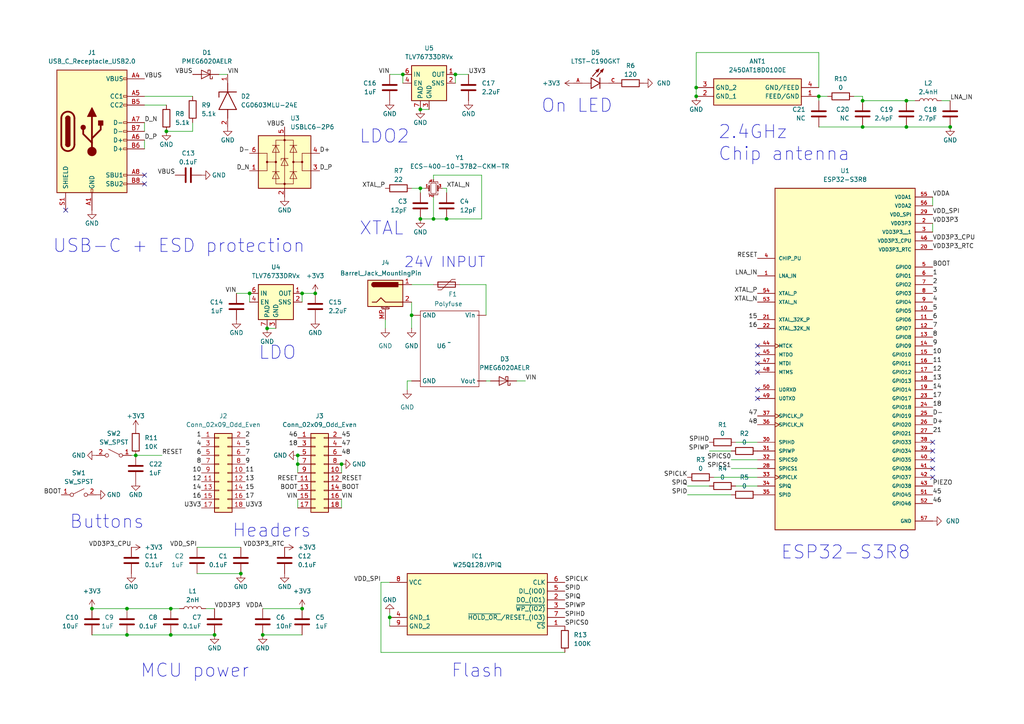
<source format=kicad_sch>
(kicad_sch (version 20250114) (generator "eeschema") (generator_version "9.0")
  (paper "A4")
  (title_block (title "Hospital bed controller") (rev "3") (company "EDIC") (comment 1 "16MB of flash, 8MB of PSRAM") (comment 2 "Motor Driver + Keypad inputs"))
  (lib_symbols
    (symbol "2450AT18D0100E:2450AT18D0100E"
      (property "Reference" "ANT" (at 31.75 7.62 0))
      (property "Value" "2450AT18D0100E" (at 31.75 5.08 0))
      (symbol "2450AT18D0100E_1_1"
        (pin passive line (at 0 0 0) (length 5.08) (name "GND/FEED") (number "4"))
        (pin passive line (at 0 -2.54 0) (length 5.08) (name "FEED/GND") (number "1"))
        (pin passive line (at 35.56 0 180) (length 5.08) (name "GND_2") (number "3"))
        (pin passive line (at 35.56 -2.54 180) (length 5.08) (name "GND_1") (number "2"))
      )
    )
    (symbol "CG0603MLU-24E:CG0603MLU-24E" (pin_names (hide yes))
      (property "Reference" "D" (at 10.16 8.89 0))
      (property "Value" "CG0603MLU-24E" (at 10.16 6.35 0))
      (symbol "CG0603MLU-24E_1_1"
        (pin passive line (at 0 0 0) (length 2.54) (name "K") (number "1"))
        (pin passive line (at 15.24 0 180) (length 2.54) (name "A") (number "2"))
      )
    )
    (symbol "Connector:Barrel_Jack_MountingPin" (pin_names (hide yes))
      (property "Reference" "J" (at 0 5.334 0))
      (property "Value" "Barrel_Jack_MountingPin" (at 1.27 -6.35 0))
      (symbol "Barrel_Jack_MountingPin_1_1"
        (text "Mounting" (at 0 -4.191 0) (effects (font (size 0.381 0.381))))
        (pin passive line (at 0 -7.62 90) (length 3.048) (name "MountPin") (number "MP"))
        (pin passive line (at 7.62 2.54 180) (length 2.54) (name "~") (number "1"))
        (pin passive line (at 7.62 -2.54 180) (length 2.54) (name "~") (number "2"))
      )
    )
    (symbol "Connector:USB_C_Receptacle_USB2.0" (pin_names (offset 1.016))
      (property "Reference" "J" (at -10.16 19.05 0))
      (property "Value" "USB_C_Receptacle_USB2.0" (at 19.05 19.05 0))
      (symbol "USB_C_Receptacle_USB2.0_1_1"
        (pin passive line (at -7.62 -22.86 90) (length 5.08) (name "SHIELD") (number "S1"))
        (pin passive line (at 0 -22.86 90) (length 5.08) (name "GND") (number "A1"))
        (pin passive line (at 0 -22.86 90) (length 5.08) (hide yes) (name "GND") (number "A12"))
        (pin passive line (at 0 -22.86 90) (length 5.08) (hide yes) (name "GND") (number "B1"))
        (pin passive line (at 0 -22.86 90) (length 5.08) (hide yes) (name "GND") (number "B12"))
        (pin passive line (at 15.24 15.24 180) (length 5.08) (name "VBUS") (number "A4"))
        (pin passive line (at 15.24 15.24 180) (length 5.08) (hide yes) (name "VBUS") (number "A9"))
        (pin passive line (at 15.24 15.24 180) (length 5.08) (hide yes) (name "VBUS") (number "B4"))
        (pin passive line (at 15.24 15.24 180) (length 5.08) (hide yes) (name "VBUS") (number "B9"))
        (pin bidirectional line (at 15.24 10.16 180) (length 5.08) (name "CC1") (number "A5"))
        (pin bidirectional line (at 15.24 7.62 180) (length 5.08) (name "CC2") (number "B5"))
        (pin bidirectional line (at 15.24 2.54 180) (length 5.08) (name "D-") (number "A7"))
        (pin bidirectional line (at 15.24 0 180) (length 5.08) (name "D-") (number "B7"))
        (pin bidirectional line (at 15.24 -2.54 180) (length 5.08) (name "D+") (number "A6"))
        (pin bidirectional line (at 15.24 -5.08 180) (length 5.08) (name "D+") (number "B6"))
        (pin bidirectional line (at 15.24 -12.7 180) (length 5.08) (name "SBU1") (number "A8"))
        (pin bidirectional line (at 15.24 -15.24 180) (length 5.08) (name "SBU2") (number "B8"))
      )
    )
    (symbol "Connector_Generic:Conn_02x09_Odd_Even" (pin_names (offset 1.016) (hide yes))
      (property "Reference" "J" (at 1.27 12.7 0))
      (property "Value" "Conn_02x09_Odd_Even" (at 1.27 -12.7 0))
      (symbol "Conn_02x09_Odd_Even_1_1"
        (pin passive line (at -5.08 10.16 0) (length 3.81) (name "Pin_1") (number "1"))
        (pin passive line (at -5.08 7.62 0) (length 3.81) (name "Pin_3") (number "3"))
        (pin passive line (at -5.08 5.08 0) (length 3.81) (name "Pin_5") (number "5"))
        (pin passive line (at -5.08 2.54 0) (length 3.81) (name "Pin_7") (number "7"))
        (pin passive line (at -5.08 0 0) (length 3.81) (name "Pin_9") (number "9"))
        (pin passive line (at -5.08 -2.54 0) (length 3.81) (name "Pin_11") (number "11"))
        (pin passive line (at -5.08 -5.08 0) (length 3.81) (name "Pin_13") (number "13"))
        (pin passive line (at -5.08 -7.62 0) (length 3.81) (name "Pin_15") (number "15"))
        (pin passive line (at -5.08 -10.16 0) (length 3.81) (name "Pin_17") (number "17"))
        (pin passive line (at 7.62 10.16 180) (length 3.81) (name "Pin_2") (number "2"))
        (pin passive line (at 7.62 7.62 180) (length 3.81) (name "Pin_4") (number "4"))
        (pin passive line (at 7.62 5.08 180) (length 3.81) (name "Pin_6") (number "6"))
        (pin passive line (at 7.62 2.54 180) (length 3.81) (name "Pin_8") (number "8"))
        (pin passive line (at 7.62 0 180) (length 3.81) (name "Pin_10") (number "10"))
        (pin passive line (at 7.62 -2.54 180) (length 3.81) (name "Pin_12") (number "12"))
        (pin passive line (at 7.62 -5.08 180) (length 3.81) (name "Pin_14") (number "14"))
        (pin passive line (at 7.62 -7.62 180) (length 3.81) (name "Pin_16") (number "16"))
        (pin passive line (at 7.62 -10.16 180) (length 3.81) (name "Pin_18") (number "18"))
      )
    )
    (symbol "Custom_symbols:XL1509_DC-DC_Step_Down_Buck_Power_Supply_Module"
      (property "Reference" "U" (at 12.192 -22.86 0))
      (symbol "XL1509_DC-DC_Step_Down_Buck_Power_Supply_Module_1_1"
        (pin input line (at -5.08 0 0) (length 2.54) (name "GND") (number ""))
        (pin output line (at -5.08 -19.05 0) (length 2.54) (name "GND") (number ""))
        (pin power_in line (at 16.51 0 180) (length 2.54) (name "Vin") (number ""))
        (pin power_out line (at 16.51 -19.05 180) (length 2.54) (name "Vout") (number ""))
      )
    )
    (symbol "Device:C" (pin_numbers (hide yes)) (pin_names (offset 0.254))
      (property "Reference" "C" (at 0.635 2.54 0))
      (property "Value" "C" (at 0.635 -2.54 0))
      (symbol "C_1_1"
        (pin passive line (at 0 3.81 270) (length 2.794) (name "~") (number "1"))
        (pin passive line (at 0 -3.81 90) (length 2.794) (name "~") (number "2"))
      )
    )
    (symbol "Device:Crystal_GND24_Small" (pin_names (offset 1.016) (hide yes))
      (property "Reference" "Y" (at 1.27 4.445 0))
      (property "Value" "Crystal_GND24_Small" (at 1.27 2.54 0))
      (symbol "Crystal_GND24_Small_1_1"
        (pin passive line (at -2.54 0 0) (length 1.27) (name "1") (number "1"))
        (pin passive line (at 0 2.54 270) (length 0.635) (name "4") (number "4"))
        (pin passive line (at 0 -2.54 90) (length 0.635) (name "2") (number "2"))
        (pin passive line (at 2.54 0 180) (length 1.27) (name "3") (number "3"))
      )
    )
    (symbol "Device:L" (pin_numbers (hide yes)) (pin_names (offset 1.016) (hide yes))
      (property "Reference" "L" (at -1.27 0 90))
      (property "Value" "L" (at 1.905 0 90))
      (symbol "L_1_1"
        (pin passive line (at 0 3.81 270) (length 1.27) (name "1") (number "1"))
        (pin passive line (at 0 -3.81 90) (length 1.27) (name "2") (number "2"))
      )
    )
    (symbol "Device:Polyfuse" (pin_numbers (hide yes)) (pin_names (offset 0))
      (property "Reference" "F" (at -2.54 0 90))
      (property "Value" "Polyfuse" (at 2.54 0 90))
      (symbol "Polyfuse_1_1"
        (pin passive line (at 0 3.81 270) (length 1.27) (name "~") (number "1"))
        (pin passive line (at 0 -3.81 90) (length 1.27) (name "~") (number "2"))
      )
    )
    (symbol "Device:R" (pin_numbers (hide yes)) (pin_names (offset 0))
      (property "Reference" "R" (at 2.032 0 90))
      (property "Value" "R" (at 0 0 90))
      (symbol "R_1_1"
        (pin passive line (at 0 3.81 270) (length 1.27) (name "~") (number "1"))
        (pin passive line (at 0 -3.81 90) (length 1.27) (name "~") (number "2"))
      )
    )
    (symbol "Diode:PMEG6020AELR" (pin_numbers (hide yes)) (pin_names (hide yes))
      (property "Reference" "D" (at 0 2.54 0))
      (property "Value" "PMEG6020AELR" (at 0 -2.54 0))
      (symbol "PMEG6020AELR_1_1"
        (pin passive line (at -3.81 0 0) (length 2.54) (name "K") (number "1"))
        (pin passive line (at 3.81 0 180) (length 2.54) (name "A") (number "2"))
      )
    )
    (symbol "ESP32-S3R8:ESP32-S3R8" (pin_names (offset 1.016))
      (property "Reference" "U" (at -20.32 49.53 0))
      (property "Value" "ESP32-S3R8" (at -20.32 -52.07 0))
      (symbol "ESP32-S3R8_0_0"
        (pin input line (at -25.4 27.94 0) (length 5.08) (name "CHIP_PU") (number "4"))
        (pin bidirectional line (at -25.4 22.86 0) (length 5.08) (name "LNA_IN") (number "1"))
        (pin input line (at -25.4 17.78 0) (length 5.08) (name "XTAL_P") (number "54"))
        (pin output line (at -25.4 15.24 0) (length 5.08) (name "XTAL_N") (number "53"))
        (pin bidirectional line (at -25.4 10.16 0) (length 5.08) (name "XTAL_32K_P") (number "21"))
        (pin bidirectional line (at -25.4 7.62 0) (length 5.08) (name "XTAL_32K_N") (number "22"))
        (pin bidirectional clock (at -25.4 2.54 0) (length 5.08) (name "MTCK") (number "44"))
        (pin bidirectional line (at -25.4 0 0) (length 5.08) (name "MTDO") (number "45"))
        (pin bidirectional line (at -25.4 -2.54 0) (length 5.08) (name "MTDI") (number "47"))
        (pin bidirectional line (at -25.4 -5.08 0) (length 5.08) (name "MTMS") (number "48"))
        (pin bidirectional line (at -25.4 -10.16 0) (length 5.08) (name "U0RXD") (number "50"))
        (pin bidirectional line (at -25.4 -12.7 0) (length 5.08) (name "U0TXD") (number "49"))
        (pin bidirectional clock (at -25.4 -17.78 0) (length 5.08) (name "SPICLK_P") (number "37"))
        (pin bidirectional clock (at -25.4 -20.32 0) (length 5.08) (name "SPICLK_N") (number "36"))
        (pin bidirectional line (at -25.4 -25.4 0) (length 5.08) (name "SPIHD") (number "30"))
        (pin bidirectional line (at -25.4 -27.94 0) (length 5.08) (name "SPIWP") (number "31"))
        (pin bidirectional line (at -25.4 -30.48 0) (length 5.08) (name "SPICS0") (number "32"))
        (pin bidirectional line (at -25.4 -33.02 0) (length 5.08) (name "SPICS1") (number "28"))
        (pin bidirectional clock (at -25.4 -35.56 0) (length 5.08) (name "SPICLK") (number "33"))
        (pin bidirectional line (at -25.4 -38.1 0) (length 5.08) (name "SPIQ") (number "34"))
        (pin bidirectional line (at -25.4 -40.64 0) (length 5.08) (name "SPID") (number "35"))
        (pin power_in line (at 25.4 45.72 180) (length 5.08) (name "VDDA1") (number "55"))
        (pin power_in line (at 25.4 43.18 180) (length 5.08) (name "VDDA2") (number "56"))
        (pin power_in line (at 25.4 40.64 180) (length 5.08) (name "VDD_SPI") (number "29"))
        (pin power_in line (at 25.4 38.1 180) (length 5.08) (name "VDD3P3") (number "2"))
        (pin power_in line (at 25.4 35.56 180) (length 5.08) (name "VDD3P3__1") (number "3"))
        (pin power_in line (at 25.4 33.02 180) (length 5.08) (name "VDD3P3_CPU") (number "46"))
        (pin power_in line (at 25.4 30.48 180) (length 5.08) (name "VDD3P3_RTC") (number "20"))
        (pin bidirectional line (at 25.4 25.4 180) (length 5.08) (name "GPIO0") (number "5"))
        (pin bidirectional line (at 25.4 22.86 180) (length 5.08) (name "GPIO1") (number "6"))
        (pin bidirectional line (at 25.4 20.32 180) (length 5.08) (name "GPIO2") (number "7"))
        (pin bidirectional line (at 25.4 17.78 180) (length 5.08) (name "GPIO3") (number "8"))
        (pin bidirectional line (at 25.4 15.24 180) (length 5.08) (name "GPIO4") (number "9"))
        (pin bidirectional line (at 25.4 12.7 180) (length 5.08) (name "GPIO5") (number "10"))
        (pin bidirectional line (at 25.4 10.16 180) (length 5.08) (name "GPIO6") (number "11"))
        (pin bidirectional line (at 25.4 7.62 180) (length 5.08) (name "GPIO7") (number "12"))
        (pin bidirectional line (at 25.4 5.08 180) (length 5.08) (name "GPIO8") (number "13"))
        (pin bidirectional line (at 25.4 2.54 180) (length 5.08) (name "GPIO9") (number "14"))
        (pin bidirectional line (at 25.4 0 180) (length 5.08) (name "GPIO10") (number "15"))
        (pin bidirectional line (at 25.4 -2.54 180) (length 5.08) (name "GPIO11") (number "16"))
        (pin bidirectional line (at 25.4 -5.08 180) (length 5.08) (name "GPIO12") (number "17"))
        (pin bidirectional line (at 25.4 -7.62 180) (length 5.08) (name "GPIO13") (number "18"))
        (pin bidirectional line (at 25.4 -10.16 180) (length 5.08) (name "GPIO14") (number "19"))
        (pin bidirectional line (at 25.4 -12.7 180) (length 5.08) (name "GPIO17") (number "23"))
        (pin bidirectional line (at 25.4 -15.24 180) (length 5.08) (name "GPIO18") (number "24"))
        (pin bidirectional line (at 25.4 -17.78 180) (length 5.08) (name "GPIO19") (number "25"))
        (pin bidirectional line (at 25.4 -20.32 180) (length 5.08) (name "GPIO20") (number "26"))
        (pin bidirectional line (at 25.4 -22.86 180) (length 5.08) (name "GPIO21") (number "27"))
        (pin bidirectional line (at 25.4 -25.4 180) (length 5.08) (name "GPIO33") (number "38"))
        (pin bidirectional line (at 25.4 -27.94 180) (length 5.08) (name "GPIO34") (number "39"))
        (pin bidirectional line (at 25.4 -30.48 180) (length 5.08) (name "GPIO35") (number "40"))
        (pin bidirectional line (at 25.4 -33.02 180) (length 5.08) (name "GPIO36") (number "41"))
        (pin bidirectional line (at 25.4 -35.56 180) (length 5.08) (name "GPIO37") (number "42"))
        (pin bidirectional line (at 25.4 -38.1 180) (length 5.08) (name "GPIO38") (number "43"))
        (pin bidirectional line (at 25.4 -40.64 180) (length 5.08) (name "GPIO45") (number "51"))
        (pin bidirectional line (at 25.4 -43.18 180) (length 5.08) (name "GPIO46") (number "52"))
        (pin power_in line (at 25.4 -48.26 180) (length 5.08) (name "GND") (number "57"))
      )
    )
    (symbol "GND_1" (power) (pin_numbers (hide yes)) (pin_names (offset 0) (hide yes))
      (property "Value" "GND" (at 0 -3.81 0))
      (symbol "GND_1_1_1"
        (pin power_in line (at 0 0 270) (length 0) (name "~") (number "1"))
      )
    )
    (symbol "LTST-C190GKT:LTST-C190GKT" (pin_names (offset 1.016))
      (property "Reference" "D" (at -5.08 5.08 0))
      (property "Value" "LTST-C190GKT" (at -5.08 -5.08 0))
      (symbol "LTST-C190GKT_0_0"
        (pin passive line (at -7.62 0 0) (length 2.54) (name "~") (number "A"))
        (pin passive line (at 5.08 0 180) (length 2.54) (name "~") (number "C"))
      )
    )
    (symbol "Power_Protection:USBLC6-2P6" (pin_names (hide yes))
      (property "Reference" "U" (at 2.54 8.89 0))
      (property "Value" "USBLC6-2P6" (at 2.54 -8.89 0))
      (symbol "USBLC6-2P6_1_1"
        (pin passive line (at -10.16 2.54 0) (length 2.54) (name "I/O1") (number "6"))
        (pin passive line (at -10.16 -2.54 0) (length 2.54) (name "I/O1") (number "1"))
        (pin passive line (at 0 10.16 270) (length 2.54) (name "VBUS") (number "5"))
        (pin passive line (at 0 -10.16 90) (length 2.54) (name "GND") (number "2"))
        (pin passive line (at 10.16 2.54 180) (length 2.54) (name "I/O2") (number "4"))
        (pin passive line (at 10.16 -2.54 180) (length 2.54) (name "I/O2") (number "3"))
      )
    )
    (symbol "Regulator_Linear:TLV76733DRVx"
      (property "Reference" "U" (at 0 8.89 0))
      (property "Value" "TLV76733DRVx" (at 0 6.35 0))
      (symbol "TLV76733DRVx_1_1"
        (pin power_in line (at -7.62 2.54 0) (length 2.54) (name "IN") (number "6"))
        (pin input line (at -7.62 0 0) (length 2.54) (name "EN") (number "4"))
        (pin passive line (at -2.54 -7.62 90) (length 2.54) (name "PAD") (number "7"))
        (pin power_in line (at 0 -7.62 90) (length 2.54) (name "GND") (number "3"))
        (pin passive line (at 0 -7.62 90) (length 2.54) (hide yes) (name "GND") (number "5"))
        (pin power_out line (at 7.62 2.54 180) (length 2.54) (name "OUT") (number "1"))
        (pin input line (at 7.62 0 180) (length 2.54) (name "SNS") (number "2"))
      )
    )
    (symbol "Switch:SW_SPST" (pin_names (offset 0) (hide yes))
      (property "Reference" "SW" (at 0 3.175 0))
      (property "Value" "SW_SPST" (at 0 -2.54 0))
      (symbol "SW_SPST_1_1"
        (pin passive line (at -5.08 0 0) (length 2.54) (name "A") (number "1"))
        (pin passive line (at 5.08 0 180) (length 2.54) (name "B") (number "2"))
      )
    )
    (symbol "W25Q128JVPIQ:W25Q128JVPIQ"
      (property "Reference" "IC" (at 46.99 7.62 0))
      (property "Value" "W25Q128JVPIQ" (at 46.99 5.08 0))
      (symbol "W25Q128JVPIQ_1_1"
        (pin passive line (at 0 0 0) (length 5.08) (name "VCC") (number "8"))
        (pin passive line (at 0 -10.16 0) (length 5.08) (name "GND_1") (number "4"))
        (pin passive line (at 0 -12.7 0) (length 5.08) (name "GND_2") (number "9"))
        (pin passive line (at 50.8 0 180) (length 5.08) (name "CLK") (number "6"))
        (pin passive line (at 50.8 -2.54 180) (length 5.08) (name "DI_(IO0)") (number "5"))
        (pin passive line (at 50.8 -5.08 180) (length 5.08) (name "DO_(IO1)") (number "2"))
        (pin passive line (at 50.8 -7.62 180) (length 5.08) (name "~{WP_(IO2)}") (number "3"))
        (pin passive line (at 50.8 -10.16 180) (length 5.08) (name "~{HOLD_OR_}/RESET_(IO3)") (number "7"))
        (pin passive line (at 50.8 -12.7 180) (length 5.08) (name "~{CS}") (number "1"))
      )
    )
    (symbol "power:+3V3" (power) (pin_names (offset 0))
      (property "Value" "+3V3" (at 0 3.556 0))
      (symbol "+3V3_1_1"
        (pin power_in line (at 0 0 90) (length 0) (hide yes) (name "+3V3") (number "1"))
      )
    )
    (symbol "power:GND" (power) (pin_names (offset 0))
      (property "Value" "GND" (at 0 -3.81 0))
      (symbol "GND_1_1"
        (pin power_in line (at 0 0 270) (length 0) (hide yes) (name "GND") (number "1"))
      )
    )
  )
  (text "LDO" (at 74.93 104.648 0) (effects (font (size 3.81 3.81)) (justify left bottom)))
  (text "Buttons" (at 41.91 153.67 0) (effects (font (size 3.81 3.81)) (justify right bottom)))
  (text "Flash" (at 130.81 196.85 0) (effects (font (size 3.81 3.81)) (justify left bottom)))
  (text "24V INPUT" (at 129.032 76.2 0) (effects (font (size 3 3))))
  (text "USB-C + ESD protection" (at 15.24 73.66 0) (effects (font (size 3.81 3.81)) (justify left bottom)))
  (text "Chip antenna" (at 208.28 46.99 0) (effects (font (size 3.81 3.81)) (justify left bottom)))
  (text "Headers" (at 67.31 156.21 0) (effects (font (size 3.81 3.81)) (justify left bottom)))
  (text "XTAL" (at 104.14 68.58 0) (effects (font (size 3.81 3.81)) (justify left bottom)))
  (text "MCU power" (at 40.64 196.85 0) (effects (font (size 3.81 3.81)) (justify left bottom)))
  (text "On LED" (at 177.8 33.02 0) (effects (font (size 3.81 3.81)) (justify right bottom)))
  (text "2.4GHz" (at 208.28 40.64 0) (effects (font (size 3.81 3.81)) (justify left bottom)))
  (text "ESP32-S3R8" (at 264.16 162.56 0) (effects (font (size 3.81 3.81)) (justify right bottom)))
  (text "LDO2" (at 104.14 41.91 0) (effects (font (size 3.81 3.81)) (justify left bottom)))
  (junction (at 262.89 29.21))
  (junction (at 49.53 176.53))
  (junction (at 125.73 63.5))
  (junction (at 49.53 184.15))
  (junction (at 86.36 132.08))
  (junction (at 113.03 179.07))
  (junction (at 237.49 27.94))
  (junction (at 87.63 85.09))
  (junction (at 87.63 176.53))
  (junction (at 39.37 132.08))
  (junction (at 129.54 63.5))
  (junction (at 132.08 21.59))
  (junction (at 76.2 184.15))
  (junction (at 77.47 95.25))
  (junction (at 36.83 184.15))
  (junction (at 99.06 134.62))
  (junction (at 121.92 63.5))
  (junction (at 262.89 36.83))
  (junction (at 116.84 21.59))
  (junction (at 275.59 36.83))
  (junction (at 201.93 25.4))
  (junction (at 36.83 176.53))
  (junction (at 86.36 134.62))
  (junction (at 250.19 29.21))
  (junction (at 119.38 91.44))
  (junction (at 26.67 176.53))
  (junction (at 69.85 166.37))
  (junction (at 121.92 54.61))
  (junction (at 48.26 38.1))
  (junction (at 121.92 31.75))
  (junction (at 72.39 85.09))
  (junction (at 201.93 27.94))
  (junction (at 250.19 36.83))
  (junction (at 62.23 184.15))
  (junction (at 91.44 85.09))
  (no_connect (at 219.71 100.33))
  (no_connect (at 270.51 128.27))
  (no_connect (at 41.91 50.8))
  (no_connect (at 270.51 130.81))
  (no_connect (at 219.71 113.03))
  (no_connect (at 270.51 138.43))
  (no_connect (at 219.71 102.87))
  (no_connect (at 270.51 133.35))
  (no_connect (at 219.71 115.57))
  (no_connect (at 270.51 135.89))
  (no_connect (at 219.71 105.41))
  (no_connect (at 19.05 60.96))
  (no_connect (at 219.71 107.95))
  (no_connect (at 41.91 53.34))
  (wire (pts (xy 87.63 176.53) (xy 76.2 176.53)))
  (wire (pts (xy 87.63 85.09) (xy 87.63 87.63)))
  (wire (pts (xy 149.86 110.49) (xy 152.4 110.49)))
  (wire (pts (xy 237.49 15.24) (xy 201.93 15.24)))
  (wire (pts (xy 125.73 57.15) (xy 125.73 63.5)))
  (wire (pts (xy 140.97 110.49) (xy 142.24 110.49)))
  (wire (pts (xy 72.39 85.09) (xy 72.39 87.63)))
  (wire (pts (xy 212.09 133.35) (xy 219.71 133.35)))
  (wire (pts (xy 219.71 140.97) (xy 213.36 140.97)))
  (wire (pts (xy 77.47 95.25) (xy 80.01 95.25)))
  (wire (pts (xy 129.54 54.61) (xy 129.54 55.88)))
  (wire (pts (xy 250.19 27.94) (xy 250.19 29.21)))
  (wire (pts (xy 110.49 168.91) (xy 113.03 168.91)))
  (wire (pts (xy 125.73 63.5) (xy 121.92 63.5)))
  (wire (pts (xy 116.84 21.59) (xy 116.84 24.13)))
  (wire (pts (xy 76.2 184.15) (xy 87.63 184.15)))
  (wire (pts (xy 55.88 38.1) (xy 55.88 35.56)))
  (wire (pts (xy 121.92 31.75) (xy 124.46 31.75)))
  (wire (pts (xy 129.54 63.5) (xy 125.73 63.5)))
  (wire (pts (xy 132.08 21.59) (xy 132.08 24.13)))
  (wire (pts (xy 123.19 54.61) (xy 121.92 54.61)))
  (wire (pts (xy 262.89 36.83) (xy 250.19 36.83)))
  (wire (pts (xy 250.19 27.94) (xy 247.65 27.94)))
  (wire (pts (xy 62.23 184.15) (xy 49.53 184.15)))
  (wire (pts (xy 275.59 29.21) (xy 273.05 29.21)))
  (wire (pts (xy 113.03 177.8) (xy 113.03 179.07)))
  (wire (pts (xy 125.73 52.07) (xy 125.73 50.8)))
  (wire (pts (xy 270.51 57.15) (xy 270.51 59.69)))
  (wire (pts (xy 128.27 54.61) (xy 129.54 54.61)))
  (wire (pts (xy 87.63 85.09) (xy 91.44 85.09)))
  (wire (pts (xy 240.03 27.94) (xy 237.49 27.94)))
  (wire (pts (xy 262.89 29.21) (xy 250.19 29.21)))
  (wire (pts (xy 163.83 189.23) (xy 110.49 189.23)))
  (wire (pts (xy 86.36 144.78) (xy 86.36 147.32)))
  (wire (pts (xy 46.99 132.08) (xy 39.37 132.08)))
  (wire (pts (xy 219.71 138.43) (xy 207.01 138.43)))
  (wire (pts (xy 121.92 54.61) (xy 121.92 55.88)))
  (wire (pts (xy 237.49 27.94) (xy 237.49 29.21)))
  (wire (pts (xy 41.91 30.48) (xy 48.26 30.48)))
  (wire (pts (xy 213.36 128.27) (xy 219.71 128.27)))
  (wire (pts (xy 132.08 21.59) (xy 135.89 21.59)))
  (wire (pts (xy 121.92 54.61) (xy 119.38 54.61)))
  (wire (pts (xy 133.35 82.55) (xy 140.97 82.55)))
  (wire (pts (xy 119.38 91.44) (xy 119.38 95.25)))
  (wire (pts (xy 41.91 35.56) (xy 41.91 38.1)))
  (wire (pts (xy 205.74 130.81) (xy 212.09 130.81)))
  (wire (pts (xy 118.11 113.03) (xy 118.11 110.49)))
  (wire (pts (xy 113.03 179.07) (xy 113.03 181.61)))
  (wire (pts (xy 48.26 38.1) (xy 55.88 38.1)))
  (wire (pts (xy 139.7 63.5) (xy 129.54 63.5)))
  (wire (pts (xy 36.83 176.53) (xy 26.67 176.53)))
  (wire (pts (xy 139.7 50.8) (xy 139.7 63.5)))
  (wire (pts (xy 237.49 25.4) (xy 237.49 15.24)))
  (wire (pts (xy 250.19 36.83) (xy 237.49 36.83)))
  (wire (pts (xy 49.53 176.53) (xy 36.83 176.53)))
  (wire (pts (xy 99.06 134.62) (xy 99.06 137.16)))
  (wire (pts (xy 49.53 184.15) (xy 36.83 184.15)))
  (wire (pts (xy 36.83 184.15) (xy 26.67 184.15)))
  (wire (pts (xy 86.36 134.62) (xy 86.36 137.16)))
  (wire (pts (xy 113.03 21.59) (xy 116.84 21.59)))
  (wire (pts (xy 66.04 21.59) (xy 63.5 21.59)))
  (wire (pts (xy 265.43 29.21) (xy 262.89 29.21)))
  (wire (pts (xy 219.71 135.89) (xy 212.09 135.89)))
  (wire (pts (xy 270.51 64.77) (xy 270.51 67.31)))
  (wire (pts (xy 125.73 50.8) (xy 139.7 50.8)))
  (wire (pts (xy 111.76 92.71) (xy 111.76 95.25)))
  (wire (pts (xy 52.07 176.53) (xy 49.53 176.53)))
  (wire (pts (xy 119.38 87.63) (xy 119.38 91.44)))
  (wire (pts (xy 41.91 27.94) (xy 55.88 27.94)))
  (wire (pts (xy 119.38 82.55) (xy 125.73 82.55)))
  (wire (pts (xy 59.69 176.53) (xy 62.23 176.53)))
  (wire (pts (xy 86.36 132.08) (xy 86.36 134.62)))
  (wire (pts (xy 118.11 110.49) (xy 119.38 110.49)))
  (wire (pts (xy 212.09 143.51) (xy 199.39 143.51)))
  (wire (pts (xy 41.91 40.64) (xy 41.91 43.18)))
  (wire (pts (xy 110.49 189.23) (xy 110.49 168.91)))
  (wire (pts (xy 57.15 158.75) (xy 69.85 158.75)))
  (wire (pts (xy 201.93 15.24) (xy 201.93 25.4)))
  (wire (pts (xy 205.74 140.97) (xy 199.39 140.97)))
  (wire (pts (xy 68.58 85.09) (xy 72.39 85.09)))
  (wire (pts (xy 140.97 82.55) (xy 140.97 91.44)))
  (wire (pts (xy 99.06 144.78) (xy 99.06 147.32)))
  (wire (pts (xy 39.37 132.08) (xy 38.1 132.08)))
  (wire (pts (xy 201.93 25.4) (xy 201.93 27.94)))
  (wire (pts (xy 69.85 166.37) (xy 57.15 166.37)))
  (wire (pts (xy 275.59 36.83) (xy 262.89 36.83)))
  (label "D_N" (at 72.39 49.53 180))
  (label "SPID" (at 199.39 143.51 180))
  (label "48" (at 99.06 132.08 0))
  (label "D-" (at 72.39 44.45 180))
  (label "VDD_SPI" (at 57.15 158.75 180))
  (label "1" (at 58.42 127 180))
  (label "6" (at 58.42 132.08 180))
  (label "11" (at 270.51 105.41 0))
  (label "SPIQ" (at 163.83 173.99 0))
  (label "BOOT" (at 270.51 77.47 0))
  (label "LNA_IN" (at 219.71 80.01 180))
  (label "8" (at 58.42 134.62 180))
  (label "SPIQ" (at 199.39 140.97 180))
  (label "3" (at 270.51 85.09 0))
  (label "12" (at 58.42 139.7 180))
  (label "U3V3" (at 58.42 147.32 180))
  (label "VIN" (at 152.4 110.49 0))
  (label "VBUS" (at 55.88 21.59 180))
  (label "D_N" (at 41.91 35.56 0))
  (label "17" (at 270.51 115.57 0))
  (label "VIN" (at 86.36 144.78 180))
  (label "4" (at 58.42 129.54 180))
  (label "VIN" (at 68.58 85.09 180))
  (label "PIEZO" (at 270.51 140.97 0))
  (label "XTAL_P" (at 219.71 85.09 180))
  (label "SPICLK" (at 163.83 168.91 0))
  (label "5" (at 270.51 90.17 0))
  (label "VIN" (at 66.04 21.59 0))
  (label "VDD3P3" (at 270.51 64.77 0))
  (label "18" (at 270.51 118.11 0))
  (label "2" (at 71.12 127 0))
  (label "VDD3P3" (at 62.23 176.53 0))
  (label "VDD3P3_RTC" (at 82.55 158.75 180))
  (label "XTAL_N" (at 219.71 87.63 180))
  (label "2" (at 270.51 82.55 0))
  (label "SPIWP" (at 163.83 176.53 0))
  (label "VDDA" (at 76.2 176.53 180))
  (label "13" (at 71.12 139.7 0))
  (label "21" (at 270.51 125.73 0))
  (label "U3V3" (at 135.89 21.59 0))
  (label "VBUS" (at 50.8 50.8 180))
  (label "7" (at 270.51 95.25 0))
  (label "12" (at 270.51 107.95 0))
  (label "BOOT" (at 17.78 143.51 180))
  (label "D-" (at 270.51 120.65 0))
  (label "SPIWP" (at 205.74 130.81 180))
  (label "VIN" (at 99.06 144.78 0))
  (label "RESET" (at 86.36 139.7 180))
  (label "1" (at 270.51 80.01 0))
  (label "VDD3P3_CPU" (at 38.1 158.75 180))
  (label "18" (at 86.36 129.54 180))
  (label "VBUS" (at 41.91 22.86 0))
  (label "RESET" (at 99.06 139.7 0))
  (label "16" (at 58.42 144.78 180))
  (label "15" (at 219.71 92.71 180))
  (label "SPIHD" (at 163.83 179.07 0))
  (label "D_P" (at 92.71 49.53 0))
  (label "47" (at 219.71 120.65 180))
  (label "XTAL_P" (at 111.76 54.61 180))
  (label "D_P" (at 41.91 40.64 0))
  (label "RESET" (at 219.71 74.93 180))
  (label "17" (at 71.12 144.78 0))
  (label "VDD3P3_RTC" (at 270.51 72.39 0))
  (label "VDD3P3_CPU" (at 270.51 69.85 0))
  (label "46" (at 86.36 127 180))
  (label "14" (at 270.51 113.03 0))
  (label "XTAL_N" (at 129.54 54.61 0))
  (label "9" (at 71.12 134.62 0))
  (label "9" (at 270.51 100.33 0))
  (label "7" (at 71.12 132.08 0))
  (label "10" (at 270.51 102.87 0))
  (label "45" (at 99.06 127 0))
  (label "47" (at 99.06 129.54 0))
  (label "46" (at 270.51 146.05 0))
  (label "VDDA" (at 270.51 57.15 0))
  (label "4" (at 270.51 87.63 0))
  (label "10" (at 58.42 137.16 180))
  (label "15" (at 71.12 142.24 0))
  (label "VDD_SPI" (at 270.51 62.23 0))
  (label "SPICS0" (at 163.83 181.61 0))
  (label "U3V3" (at 71.12 147.32 0))
  (label "SPIHD" (at 205.74 128.27 180))
  (label "48" (at 219.71 123.19 180))
  (label "VIN" (at 113.03 21.59 180))
  (label "16" (at 219.71 95.25 180))
  (label "5" (at 71.12 129.54 0))
  (label "VBUS" (at 82.55 36.83 180))
  (label "RESET" (at 46.99 132.08 0))
  (label "SPICS1" (at 212.09 135.89 180))
  (label "SPID" (at 163.83 171.45 0))
  (label "45" (at 270.51 143.51 0))
  (label "8" (at 270.51 97.79 0))
  (label "SPICS0" (at 212.09 133.35 180))
  (label "LNA_IN" (at 275.59 29.21 0))
  (label "D+" (at 270.51 123.19 0))
  (label "6" (at 270.51 92.71 0))
  (label "BOOT" (at 99.06 142.24 0))
  (label "14" (at 58.42 142.24 180))
  (label "BOOT" (at 86.36 142.24 180))
  (label "VDD_SPI" (at 110.49 168.91 180))
  (label "D+" (at 92.71 44.45 0))
  (label "11" (at 71.12 137.16 0))
  (label "SPICLK" (at 199.39 138.43 180))
  (label "13" (at 270.51 110.49 0))
  (symbol (lib_id "power:GND") (at 275.59 36.83 0) (mirror y) (unit 1)
    (property "Reference" "#PWR024" (effects (hide yes)))
    (property "Value" "GND" (at 275.59 40.64 0))
  )
  (symbol (lib_id "Device:R") (at 203.2 138.43 90) (unit 1)
    (property "Reference" "R3" (at 203.2 133.35 90))
    (property "Value" "0" (at 203.2 135.89 90))
    (property "Footprint" "Resistor_SMD:R_0201_0603Metric" (effects (hide yes)))
  )
  (symbol (lib_id "power:+3V3") (at 39.37 124.46 0) (unit 1)
    (property "Reference" "#PWR030" (effects (hide yes)))
    (property "Value" "+3V3" (at 39.37 120.65 0))
  )
  (symbol (lib_id "CG0603MLU-24E:CG0603MLU-24E") (at 66.04 21.59 270) (unit 1)
    (property "Reference" "D2" (at 69.85 27.94 90) (effects (justify left)))
    (property "Value" "CG0603MLU-24E" (at 69.85 30.48 90) (effects (justify left)))
    (property "Footprint" "DIONC1608X55N" (effects (hide yes)))
    (property "Datasheet" "https://datasheet.datasheetarchive.com/originals/dk/DKDS-12/224865.pdf" (effects (hide yes)))
    (property "Height" "0.55" (effects (hide yes)))
    (property "Manufacturer_Name" "Bourns" (effects (hide yes)))
    (property "Manufacturer_Part_Number" "CG0603MLU-24E" (effects (hide yes)))
    (property "Mouser Part Number" "652-CG0603MLU-24E" (effects (hide yes)))
    (property "Mouser Price/Stock" "https://www.mouser.co.uk/ProductDetail/Bourns/CG0603MLU-24E?qs=m8myXnDJXpWyvsqQ2sWN8w%3D%3D" (effects (hide yes)))
    (property "Arrow Part Number" "CG0603MLU-24E" (effects (hide yes)))
    (property "Arrow Price/Stock" "https://www.arrow.com/en/products/cg0603mlu-24e/bourns?region=nac" (effects (hide yes)))
  )
  (symbol (lib_id "Device:L") (at 55.88 176.53 270) (mirror x) (unit 1)
    (property "Reference" "L1" (at 55.88 171.45 90))
    (property "Value" "2nH" (at 55.88 173.99 90))
    (property "Footprint" "Inductor_SMD:L_0402_1005Metric" (effects (hide yes)))
  )
  (symbol (lib_id "power:GND") (at 38.1 166.37 0) (unit 1)
    (property "Reference" "#PWR09" (effects (hide yes)))
    (property "Value" "GND" (at 38.1 170.18 0))
  )
  (symbol (lib_id "Device:R") (at 215.9 130.81 90) (unit 1)
    (property "Reference" "R2" (at 215.9 125.73 90))
    (property "Value" "0" (at 215.9 128.27 90))
    (property "Footprint" "Resistor_SMD:R_0201_0603Metric" (effects (hide yes)))
  )
  (symbol (lib_id "Device:R") (at 209.55 128.27 90) (unit 1)
    (property "Reference" "R1" (at 209.55 123.19 90))
    (property "Value" "0" (at 209.55 125.73 90))
    (property "Footprint" "Resistor_SMD:R_0201_0603Metric" (effects (hide yes)))
  )
  (symbol (lib_id "Device:C") (at 91.44 88.9 0) (unit 1)
    (property "Reference" "C15" (at 95.25 87.63 0) (effects (justify left)))
    (property "Value" "2.2uF" (at 95.25 90.17 0) (effects (justify left)))
    (property "Footprint" "Resistor_SMD:R_0402_1005Metric" (effects (hide yes)))
  )
  (symbol (lib_id "Device:L") (at 269.24 29.21 270) (mirror x) (unit 1)
    (property "Reference" "L2" (at 269.24 24.13 90))
    (property "Value" "2.4nH" (at 269.24 26.67 90))
    (property "Footprint" "Inductor_SMD:L_0201_0603Metric" (effects (hide yes)))
  )
  (symbol (lib_id "Device:C") (at 49.53 180.34 0) (mirror y) (unit 1)
    (property "Reference" "C8" (at 45.72 179.07 0) (effects (justify left)))
    (property "Value" "0.1uF" (at 45.72 181.61 0) (effects (justify left)))
    (property "Footprint" "Resistor_SMD:R_0402_1005Metric" (effects (hide yes)))
  )
  (symbol (lib_id "power:+3V3") (at 87.63 176.53 0) (unit 1)
    (property "Reference" "#PWR05" (effects (hide yes)))
    (property "Value" "+3V3" (at 87.63 171.45 0))
  )
  (symbol (lib_id "power:GND") (at 91.44 92.71 0) (unit 1)
    (property "Reference" "#PWR019" (effects (hide yes)))
    (property "Value" "GND" (at 91.44 96.52 0))
  )
  (symbol (lib_id "Device:R") (at 48.26 34.29 0) (unit 1)
    (property "Reference" "R8" (at 50.8 33.02 0) (effects (justify left)))
    (property "Value" "5.1k" (at 50.8 35.56 0) (effects (justify left)))
    (property "Footprint" "Resistor_SMD:R_0402_1005Metric" (effects (hide yes)))
  )
  (symbol (lib_id "Device:C") (at 129.54 59.69 0) (mirror y) (unit 1)
    (property "Reference" "C4" (at 133.35 58.42 0) (effects (justify right)))
    (property "Value" "12pF" (at 133.35 60.96 0) (effects (justify right)))
    (property "Footprint" "Resistor_SMD:R_0201_0603Metric" (effects (hide yes)))
  )
  (symbol (lib_id "power:GND") (at 121.92 31.75 0) (unit 1)
    (property "Reference" "#PWR023" (effects (hide yes)))
    (property "Value" "GND" (at 121.92 35.56 0))
  )
  (symbol (lib_id "power:+3V3") (at 38.1 158.75 270) (unit 1)
    (property "Reference" "#PWR08" (effects (hide yes)))
    (property "Value" "+3V3" (at 41.91 158.75 90) (effects (justify left)))
  )
  (symbol (lib_id "Device:Crystal_GND24_Small") (at 125.73 54.61 0) (unit 1)
    (property "Reference" "Y1" (at 133.35 45.72 0))
    (property "Value" "ECS-400-10-37B2-CKM-TR" (at 133.35 48.26 0))
    (property "Footprint" "Crystal:Crystal_SMD_2016-4Pin_2.0x1.6mm" (effects (hide yes)))
  )
  (symbol (lib_id "Regulator_Linear:TLV76733DRVx") (at 124.46 24.13 0) (unit 1)
    (property "Reference" "U5" (at 124.46 13.97 0))
    (property "Value" "TLV76733DRVx" (at 124.46 16.51 0))
    (property "Footprint" "Package_SON:WSON-6-1EP_2x2mm_P0.65mm_EP1x1.6mm_ThermalVias" (effects (hide yes)))
    (property "Datasheet" "www.ti.com/lit/gpn/TLV767" (effects (hide yes)))
  )
  (symbol (lib_id "power:GND") (at 82.55 57.15 0) (unit 1)
    (property "Reference" "#PWR014" (effects (hide yes)))
    (property "Value" "GND" (at 82.55 60.96 0))
  )
  (symbol (lib_id "power:+3V3") (at 166.37 24.13 90) (unit 1)
    (property "Reference" "#PWR01" (effects (hide yes)))
    (property "Value" "+3V3" (at 162.56 24.13 90) (effects (justify left)))
  )
  (symbol (lib_id "Device:C") (at 275.59 33.02 0) (unit 1)
    (property "Reference" "C18" (at 271.78 31.75 0) (effects (justify right)))
    (property "Value" "2.7pF" (at 271.78 34.29 0) (effects (justify right)))
    (property "Footprint" "Resistor_SMD:R_0201_0603Metric" (effects (hide yes)))
  )
  (symbol (lib_id "power:GND") (at 68.58 92.71 0) (unit 1)
    (property "Reference" "#PWR018" (effects (hide yes)))
    (property "Value" "GND" (at 68.58 96.52 0))
  )
  (symbol (lib_id "Switch:SW_SPST") (at 22.86 143.51 0) (unit 1)
    (property "Reference" "SW1" (at 22.86 137.16 0))
    (property "Value" "SW_SPST" (at 22.86 139.7 0))
    (property "Footprint" "Button_Switch_SMD:SW_SPST_PTS810" (effects (hide yes)))
  )
  (symbol (lib_id "power:GND") (at 26.67 60.96 0) (unit 1)
    (property "Reference" "#PWR016" (effects (hide yes)))
    (property "Value" "GND" (at 26.67 64.77 0))
  )
  (symbol (lib_id "power:GND") (at 82.55 166.37 0) (unit 1)
    (property "Reference" "#PWR011" (effects (hide yes)))
    (property "Value" "GND" (at 82.55 170.18 0))
  )
  (symbol (lib_id "power:GND") (at 48.26 38.1 0) (unit 1)
    (property "Reference" "#PWR013" (effects (hide yes)))
    (property "Value" "GND" (at 48.26 41.91 0))
  )
  (symbol (lib_id "Device:R") (at 243.84 27.94 270) (mirror x) (unit 1)
    (property "Reference" "R10" (at 243.84 22.86 90))
    (property "Value" "0" (at 243.84 25.4 90))
    (property "Footprint" "Resistor_SMD:R_0201_0603Metric" (effects (hide yes)))
  )
  (symbol (lib_id "power:GND") (at 76.2 184.15 0) (unit 1)
    (property "Reference" "#PWR04" (effects (hide yes)))
    (property "Value" "GND" (at 76.2 187.96 0))
  )
  (symbol (lib_name "GND_1") (lib_id "power:GND") (at 111.76 95.25 0) (unit 1)
    (property "Reference" "#PWR031" (effects (hide yes)))
    (property "Value" "GND" (at 111.76 100.33 0))
    (property "Description" "Power symbol creates a global label with name \"GND\" , ground" (effects (hide yes)))
  )
  (symbol (lib_id "power:GND") (at 99.06 134.62 90) (unit 1)
    (property "Reference" "#PWR035" (effects (hide yes)))
    (property "Value" "GND" (at 104.14 134.62 90))
  )
  (symbol (lib_id "power:GND") (at 27.94 132.08 270) (mirror x) (unit 1)
    (property "Reference" "#PWR028" (effects (hide yes)))
    (property "Value" "GND" (at 22.86 132.08 90))
  )
  (symbol (lib_id "power:+3V3") (at 26.67 176.53 0) (mirror y) (unit 1)
    (property "Reference" "#PWR07" (effects (hide yes)))
    (property "Value" "+3V3" (at 26.67 171.45 0))
  )
  (symbol (lib_id "Device:C") (at 250.19 33.02 0) (unit 1)
    (property "Reference" "C20" (at 246.38 31.75 0) (effects (justify right)))
    (property "Value" "NC" (at 246.38 34.29 0) (effects (justify right)))
    (property "Footprint" "Resistor_SMD:R_0201_0603Metric" (effects (hide yes)))
  )
  (symbol (lib_id "Device:R") (at 215.9 143.51 90) (unit 1)
    (property "Reference" "R5" (at 215.9 138.43 90))
    (property "Value" "0" (at 215.9 140.97 90))
    (property "Footprint" "Resistor_SMD:R_0201_0603Metric" (effects (hide yes)))
  )
  (symbol (lib_id "power:GND") (at 121.92 63.5 0) (unit 1)
    (property "Reference" "#PWR03" (effects (hide yes)))
    (property "Value" "GND" (at 121.92 67.31 0))
  )
  (symbol (lib_id "power:GND") (at 113.03 177.8 180) (unit 1)
    (property "Reference" "#PWR033" (effects (hide yes)))
    (property "Value" "GND" (at 113.03 173.99 0))
  )
  (symbol (lib_name "GND_1") (lib_id "power:GND") (at 118.11 113.03 0) (unit 1)
    (property "Reference" "#PWR038" (effects (hide yes)))
    (property "Value" "GND" (at 118.11 118.11 0))
    (property "Description" "Power symbol creates a global label with name \"GND\" , ground" (effects (hide yes)))
  )
  (symbol (lib_id "Device:C") (at 262.89 33.02 0) (unit 1)
    (property "Reference" "C19" (at 259.08 31.75 0) (effects (justify right)))
    (property "Value" "2.4pF" (at 259.08 34.29 0) (effects (justify right)))
    (property "Footprint" "Resistor_SMD:R_0201_0603Metric" (effects (hide yes)))
  )
  (symbol (lib_id "Connector:USB_C_Receptacle_USB2.0") (at 26.67 38.1 0) (unit 1)
    (property "Reference" "J1" (at 26.67 15.24 0))
    (property "Value" "USB_C_Receptacle_USB2.0" (at 26.67 17.78 0))
    (property "Footprint" "Connector_USB:USB_C_Receptacle_GCT_USB4105-xx-A_16P_TopMnt_Horizontal" (effects (hide yes)))
    (property "Datasheet" "https://www.usb.org/sites/default/files/documents/usb_type-c.zip" (effects (hide yes)))
  )
  (symbol (lib_id "Device:C") (at 113.03 25.4 0) (mirror y) (unit 1)
    (property "Reference" "C16" (at 109.22 24.13 0) (effects (justify left)))
    (property "Value" "1uF" (at 109.22 26.67 0) (effects (justify left)))
    (property "Footprint" "Resistor_SMD:R_0603_1608Metric" (effects (hide yes)))
  )
  (symbol (lib_id "Regulator_Linear:TLV76733DRVx") (at 80.01 87.63 0) (unit 1)
    (property "Reference" "U4" (at 80.01 77.47 0))
    (property "Value" "TLV76733DRVx" (at 80.01 80.01 0))
    (property "Footprint" "Package_SON:WSON-6-1EP_2x2mm_P0.65mm_EP1x1.6mm_ThermalVias" (effects (hide yes)))
    (property "Datasheet" "www.ti.com/lit/gpn/TLV767" (effects (hide yes)))
  )
  (symbol (lib_id "Device:R") (at 115.57 54.61 90) (unit 1)
    (property "Reference" "R7" (at 115.57 49.53 90))
    (property "Value" "22" (at 115.57 52.07 90))
    (property "Footprint" "Resistor_SMD:R_0402_1005Metric" (effects (hide yes)))
  )
  (symbol (lib_id "Device:C") (at 82.55 162.56 0) (unit 1)
    (property "Reference" "C12" (at 86.36 161.29 0) (effects (justify left)))
    (property "Value" "0.1uF" (at 86.36 163.83 0) (effects (justify left)))
    (property "Footprint" "Resistor_SMD:R_0402_1005Metric" (effects (hide yes)))
  )
  (symbol (lib_id "Custom_symbols:XL1509_DC-DC_Step_Down_Buck_Power_Supply_Module") (at 124.46 91.44 0) (unit 1)
    (property "Reference" "U6" (at 128.016 100.33 0))
    (property "Value" "~" (at 130.302 99.314 0))
  )
  (symbol (lib_id "Device:R") (at 55.88 31.75 0) (unit 1)
    (property "Reference" "R9" (at 58.42 30.48 0) (effects (justify left)))
    (property "Value" "5.1k" (at 58.42 33.02 0) (effects (justify left)))
    (property "Footprint" "Resistor_SMD:R_0402_1005Metric" (effects (hide yes)))
  )
  (symbol (lib_id "W25Q128JVPIQ:W25Q128JVPIQ") (at 113.03 168.91 0) (unit 1)
    (property "Reference" "IC1" (at 138.43 161.29 0))
    (property "Value" "W25Q128JVPIQ" (at 138.43 163.83 0))
    (property "Footprint" "SON127P600X500X80-9N-D" (effects (hide yes)))
    (property "Datasheet" "https://www.winbond.com/hq/search-resource-file.jsp?partNo=W25Q128JVPIQ&type=datasheet" (effects (hide yes)))
    (property "Height" "0.8" (effects (hide yes)))
    (property "Manufacturer_Name" "Winbond" (effects (hide yes)))
    (property "Manufacturer_Part_Number" "W25Q128JVPIQ" (effects (hide yes)))
    (property "Mouser Part Number" "454-W25Q128JVPIQ" (effects (hide yes)))
    (property "Mouser Price/Stock" "https://www.mouser.co.uk/ProductDetail/Winbond/W25Q128JVPIQ?qs=qSfuJ%252Bfl%2Fd676hAD%252B1JSfw%3D%3D" (effects (hide yes)))
    (property "Arrow Part Number" "W25Q128JVPIQ" (effects (hide yes)))
    (property "Arrow Price/Stock" "https://www.arrow.com/en/products/w25q128jvpiq/winbond-electronics?region=nac" (effects (hide yes)))
  )
  (symbol (lib_id "Device:R") (at 182.88 24.13 90) (unit 1)
    (property "Reference" "R6" (at 182.88 19.05 90))
    (property "Value" "120" (at 182.88 21.59 90))
    (property "Footprint" "Resistor_SMD:R_0402_1005Metric" (effects (hide yes)))
  )
  (symbol (lib_id "Device:C") (at 69.85 162.56 0) (mirror y) (unit 1)
    (property "Reference" "C1" (at 66.04 161.29 0) (effects (justify left)))
    (property "Value" "0.1uF" (at 66.04 163.83 0) (effects (justify left)))
    (property "Footprint" "Resistor_SMD:R_0402_1005Metric" (effects (hide yes)))
  )
  (symbol (lib_id "power:+3V3") (at 91.44 85.09 0) (unit 1)
    (property "Reference" "#PWR020" (effects (hide yes)))
    (property "Value" "+3V3" (at 91.44 80.01 0))
  )
  (symbol (lib_id "Switch:SW_SPST") (at 33.02 132.08 0) (mirror y) (unit 1)
    (property "Reference" "SW2" (at 33.02 125.73 0))
    (property "Value" "SW_SPST" (at 33.02 128.27 0))
    (property "Footprint" "Button_Switch_SMD:SW_SPST_PTS810" (effects (hide yes)))
  )
  (symbol (lib_id "Device:C") (at 68.58 88.9 0) (mirror y) (unit 1)
    (property "Reference" "C14" (at 64.77 87.63 0) (effects (justify left)))
    (property "Value" "1uF" (at 64.77 90.17 0) (effects (justify left)))
    (property "Footprint" "Resistor_SMD:R_0603_1608Metric" (effects (hide yes)))
  )
  (symbol (lib_id "Connector:Barrel_Jack_MountingPin") (at 111.76 85.09 0) (unit 1)
    (property "Reference" "J4" (at 111.76 76.2 0))
    (property "Value" "Barrel_Jack_MountingPin" (at 110.49 79.248 0))
    (property "Footprint" "Connector_BarrelJack:BarrelJack_GCT_DCJ200-10-A_Horizontal" (effects (hide yes)))
    (property "Description" "DC Barrel Jack with a mounting pin" (effects (hide yes)))
  )
  (symbol (lib_id "Device:C") (at 26.67 180.34 0) (mirror y) (unit 1)
    (property "Reference" "C10" (at 22.86 179.07 0) (effects (justify left)))
    (property "Value" "10uF" (at 22.86 181.61 0) (effects (justify left)))
    (property "Footprint" "Resistor_SMD:R_0603_1608Metric" (effects (hide yes)))
  )
  (symbol (lib_id "Device:C") (at 237.49 33.02 0) (unit 1)
    (property "Reference" "C21" (at 233.68 31.75 0) (effects (justify right)))
    (property "Value" "NC" (at 233.68 34.29 0) (effects (justify right)))
    (property "Footprint" "Resistor_SMD:R_0201_0603Metric" (effects (hide yes)))
  )
  (symbol (lib_id "Device:C") (at 87.63 180.34 0) (unit 1)
    (property "Reference" "C5" (at 91.44 179.07 0) (effects (justify left)))
    (property "Value" "1uF" (at 91.44 181.61 0) (effects (justify left)))
    (property "Footprint" "Resistor_SMD:R_0402_1005Metric" (effects (hide yes)))
  )
  (symbol (lib_id "ESP32-S3R8:ESP32-S3R8") (at 245.11 102.87 0) (unit 1)
    (property "Reference" "U1" (at 245.11 49.53 0))
    (property "Value" "ESP32-S3R8" (at 245.11 52.07 0))
    (property "Footprint" "ESP32-S2:QFN40P700X700X90-57N-D" (effects (hide yes)))
    (property "Description" "\nIC RF TxRx + MCU Bluetooth, WiFi 802.11b/g/n, Bluetooth v5.0 2.412GHz ~ 2.484GHz 56-VFQFN Exposed Pad\n" (effects (hide yes)))
    (property "MF" "Espressif Systems" (effects (hide yes)))
    (property "Package" "None" (effects (hide yes)))
    (property "Price" "None" (effects (hide yes)))
    (property "Check_prices" "https://www.snapeda.com/parts/ESP32-S3R8/Espressif+Systems/view-part/?ref=eda" (effects (hide yes)))
    (property "SnapEDA_Link" "https://www.snapeda.com/parts/ESP32-S3R8/Espressif+Systems/view-part/?ref=snap" (effects (hide yes)))
    (property "MP" "ESP32-S3R8" (effects (hide yes)))
    (property "Availability" "In Stock" (effects (hide yes)))
    (property "Purchase-URL" "https://www.snapeda.com/api/url_track_click_mouser/?unipart_id=9754695&manufacturer=Espressif Systems&part_name=ESP32-S3R8&search_term=esp32-s3r8" (effects (hide yes)))
  )
  (symbol (lib_id "Device:R") (at 163.83 185.42 0) (unit 1)
    (property "Reference" "R13" (at 166.37 184.15 0) (effects (justify left)))
    (property "Value" "100K" (at 166.37 186.69 0) (effects (justify left)))
    (property "Footprint" "Resistor_SMD:R_0201_0603Metric" (effects (hide yes)))
  )
  (symbol (lib_id "Device:R") (at 39.37 128.27 0) (unit 1)
    (property "Reference" "R11" (at 41.91 127 0) (effects (justify left)))
    (property "Value" "10K" (at 41.91 129.54 0) (effects (justify left)))
    (property "Footprint" "Resistor_SMD:R_0402_1005Metric" (effects (hide yes)))
  )
  (symbol (lib_id "power:+3V3") (at 82.55 158.75 270) (unit 1)
    (property "Reference" "#PWR010" (effects (hide yes)))
    (property "Value" "+3V3" (at 86.36 158.75 90) (effects (justify left)))
  )
  (symbol (lib_id "power:GND") (at 201.93 27.94 0) (mirror y) (unit 1)
    (property "Reference" "#PWR026" (effects (hide yes)))
    (property "Value" "GND" (at 201.93 31.75 0))
  )
  (symbol (lib_id "LTST-C190GKT:LTST-C190GKT") (at 173.99 24.13 0) (unit 1)
    (property "Reference" "D5" (at 172.72 15.24 0))
    (property "Value" "LTST-C190GKT" (at 172.72 17.78 0))
    (property "Footprint" "LTST-C190GKT:LEDC1608X35N" (effects (hide yes)))
    (property "Description" "\nGreen 569nm LED Indication - Discrete 2.1V 0603 (1608 Metric)\n" (effects (hide yes)))
    (property "MF" "Lite-On Inc." (effects (hide yes)))
    (property "DESCRIPTION" "Green 571nm LED Indication - Discrete 2V 0603 (1608 Metric)" (effects (hide yes)))
    (property "PACKAGE" "0603 Lite-On" (effects (hide yes)))
    (property "PRICE" "None" (effects (hide yes)))
    (property "Package" "0603 Lite-On" (effects (hide yes)))
    (property "Check_prices" "https://www.snapeda.com/parts/LTST-C190GKT/Lite-On+Inc./view-part/?ref=eda" (effects (hide yes)))
    (property "Price" "None" (effects (hide yes)))
    (property "SnapEDA_Link" "https://www.snapeda.com/parts/LTST-C190GKT/Lite-On+Inc./view-part/?ref=snap" (effects (hide yes)))
    (property "MP" "LTST-C190GKT" (effects (hide yes)))
    (property "Purchase-URL" "https://www.snapeda.com/api/url_track_click_mouser/?unipart_id=46935&manufacturer=Lite-On Inc.&part_name=LTST-C190GKT&search_term=ltst-c190gkt" (effects (hide yes)))
    (property "Availability" "In Stock" (effects (hide yes)))
    (property "AVAILABILITY" "In Stock" (effects (hide yes)))
    (property "PURCHASE-URL" "https://pricing.snapeda.com/search/part/LTST-C190GKT/?ref=eda" (effects (hide yes)))
  )
  (symbol (lib_id "power:GND") (at 186.69 24.13 90) (unit 1)
    (property "Reference" "#PWR034" (effects (hide yes)))
    (property "Value" "GND" (at 190.5 24.13 90) (effects (justify right)))
  )
  (symbol (lib_id "2450AT18D0100E:2450AT18D0100E") (at 237.49 25.4 0) (mirror y) (unit 1)
    (property "Reference" "ANT1" (at 219.71 17.78 0))
    (property "Value" "2450AT18D0100E" (at 219.71 20.32 0))
    (property "Footprint" "2450AT18D0100E" (effects (hide yes)))
    (property "Datasheet" "https://www.johansontechnology.com/datasheets/2450AT18D0100/2450AT18D0100.pdf" (effects (hide yes)))
    (property "Height" "1.3" (effects (hide yes)))
    (property "Manufacturer_Name" "JOHANSON TECHNOLOGY" (effects (hide yes)))
    (property "Manufacturer_Part_Number" "2450AT18D0100E" (effects (hide yes)))
    (property "Mouser Part Number" "609-2450AT18D0100E" (effects (hide yes)))
    (property "Mouser Price/Stock" "https://www.mouser.co.uk/ProductDetail/Johanson-Technology/2450AT18D0100E?qs=qF3SSroohZVORJMmZ%252BHKHQ%3D%3D" (effects (hide yes)))
    (property "Arrow Part Number" "2450AT18D0100E" (effects (hide yes)))
    (property "Arrow Price/Stock" "https://www.arrow.com/en/products/2450at18d0100e/johanson-dielectrics?region=nac" (effects (hide yes)))
  )
  (symbol (lib_id "Device:C") (at 57.15 162.56 0) (mirror y) (unit 1)
    (property "Reference" "C2" (at 53.34 161.29 0) (effects (justify left)))
    (property "Value" "1uF" (at 53.34 163.83 0) (effects (justify left)))
    (property "Footprint" "Resistor_SMD:R_0402_1005Metric" (effects (hide yes)))
  )
  (symbol (lib_id "power:GND") (at 270.51 151.13 90) (mirror x) (unit 1)
    (property "Reference" "#PWR012" (effects (hide yes)))
    (property "Value" "GND" (at 274.32 151.13 90) (effects (justify right)))
  )
  (symbol (lib_id "Device:C") (at 36.83 180.34 0) (mirror y) (unit 1)
    (property "Reference" "C9" (at 33.02 179.07 0) (effects (justify left)))
    (property "Value" "1uF" (at 33.02 181.61 0) (effects (justify left)))
    (property "Footprint" "Resistor_SMD:R_0402_1005Metric" (effects (hide yes)))
  )
  (symbol (lib_id "Device:C") (at 62.23 180.34 0) (mirror y) (unit 1)
    (property "Reference" "C7" (at 58.42 179.07 0) (effects (justify left)))
    (property "Value" "0.1uF" (at 58.42 181.61 0) (effects (justify left)))
    (property "Footprint" "Resistor_SMD:R_0402_1005Metric" (effects (hide yes)))
  )
  (symbol (lib_id "power:GND") (at 66.04 36.83 0) (unit 1)
    (property "Reference" "#PWR017" (effects (hide yes)))
    (property "Value" "GND" (at 66.04 40.64 0))
  )
  (symbol (lib_id "Device:C") (at 54.61 50.8 90) (unit 1)
    (property "Reference" "C13" (at 54.61 44.45 90))
    (property "Value" "0.1uF" (at 54.61 46.99 90))
    (property "Footprint" "Resistor_SMD:R_0402_1005Metric" (effects (hide yes)))
  )
  (symbol (lib_id "Power_Protection:USBLC6-2P6") (at 82.55 46.99 0) (unit 1)
    (property "Reference" "U3" (at 84.2011 34.29 0) (effects (justify left)))
    (property "Value" "USBLC6-2P6" (at 84.2011 36.83 0) (effects (justify left)))
    (property "Footprint" "Package_TO_SOT_SMD:SOT-666" (effects (hide yes)))
    (property "Datasheet" "https://www.st.com/resource/en/datasheet/usblc6-2.pdf" (effects (hide yes)))
  )
  (symbol (lib_id "power:GND") (at 113.03 29.21 0) (unit 1)
    (property "Reference" "#PWR022" (effects (hide yes)))
    (property "Value" "GND" (at 113.03 33.02 0))
  )
  (symbol (lib_name "GND_1") (lib_id "power:GND") (at 119.38 95.25 0) (unit 1)
    (property "Reference" "#PWR039" (effects (hide yes)))
    (property "Value" "GND" (at 119.38 100.33 0))
    (property "Description" "Power symbol creates a global label with name \"GND\" , ground" (effects (hide yes)))
  )
  (symbol (lib_id "power:GND") (at 62.23 184.15 0) (mirror y) (unit 1)
    (property "Reference" "#PWR06" (effects (hide yes)))
    (property "Value" "GND" (at 62.23 187.96 0))
  )
  (symbol (lib_id "power:GND") (at 86.36 132.08 270) (mirror x) (unit 1)
    (property "Reference" "#PWR036" (effects (hide yes)))
    (property "Value" "GND" (at 81.28 132.08 90))
  )
  (symbol (lib_id "Device:C") (at 121.92 59.69 0) (unit 1)
    (property "Reference" "C3" (at 118.11 58.42 0) (effects (justify right)))
    (property "Value" "12pF" (at 118.11 60.96 0) (effects (justify right)))
    (property "Footprint" "Resistor_SMD:R_0201_0603Metric" (effects (hide yes)))
  )
  (symbol (lib_id "power:GND") (at 58.42 50.8 90) (unit 1)
    (property "Reference" "#PWR015" (effects (hide yes)))
    (property "Value" "GND" (at 63.5 50.8 90))
  )
  (symbol (lib_id "Diode:PMEG6020AELR") (at 59.69 21.59 180) (unit 1)
    (property "Reference" "D1" (at 60.0075 15.24 0))
    (property "Value" "PMEG6020AELR" (at 60.0075 17.78 0))
    (property "Footprint" "Diode_SMD:Nexperia_CFP3_SOD-123W" (effects (hide yes)))
    (property "Datasheet" "https://assets.nexperia.com/documents/data-sheet/PMEG6020AELR.pdf" (effects (hide yes)))
  )
  (symbol (lib_id "Device:C") (at 38.1 162.56 0) (unit 1)
    (property "Reference" "C11" (at 41.91 161.29 0) (effects (justify left)))
    (property "Value" "0.1uF" (at 41.91 163.83 0) (effects (justify left)))
    (property "Footprint" "Resistor_SMD:R_0402_1005Metric" (effects (hide yes)))
  )
  (symbol (lib_id "power:GND") (at 69.85 166.37 0) (mirror y) (unit 1)
    (property "Reference" "#PWR02" (effects (hide yes)))
    (property "Value" "GND" (at 69.85 170.18 0))
  )
  (symbol (lib_id "Diode:PMEG6020AELR") (at 146.05 110.49 180) (unit 1)
    (property "Reference" "D3" (at 146.3675 104.14 0))
    (property "Value" "PMEG6020AELR" (at 146.3675 106.68 0))
    (property "Footprint" "Diode_SMD:Nexperia_CFP3_SOD-123W" (effects (hide yes)))
    (property "Datasheet" "https://assets.nexperia.com/documents/data-sheet/PMEG6020AELR.pdf" (effects (hide yes)))
  )
  (symbol (lib_id "Device:C") (at 76.2 180.34 0) (unit 1)
    (property "Reference" "C6" (at 80.01 179.07 0) (effects (justify left)))
    (property "Value" "10nF" (at 80.01 181.61 0) (effects (justify left)))
    (property "Footprint" "Resistor_SMD:R_0201_0603Metric" (effects (hide yes)))
  )
  (symbol (lib_id "Device:Polyfuse") (at 129.54 82.55 90) (unit 1)
    (property "Reference" "F1" (at 131.318 85.344 90))
    (property "Value" "Polyfuse" (at 130.048 88.138 90))
    (property "Description" "Resettable fuse, polymeric positive temperature coefficient" (effects (hide yes)))
  )
  (symbol (lib_id "Device:R") (at 209.55 140.97 90) (unit 1)
    (property "Reference" "R4" (at 209.55 135.89 90))
    (property "Value" "0" (at 209.55 138.43 90))
    (property "Footprint" "Resistor_SMD:R_0201_0603Metric" (effects (hide yes)))
  )
  (symbol (lib_id "power:GND") (at 77.47 95.25 0) (unit 1)
    (property "Reference" "#PWR021" (effects (hide yes)))
    (property "Value" "GND" (at 77.47 99.06 0))
  )
  (symbol (lib_id "Connector_Generic:Conn_02x09_Odd_Even") (at 91.44 137.16 0) (unit 1)
    (property "Reference" "J3" (at 92.71 120.65 0))
    (property "Value" "Conn_02x09_Odd_Even" (at 92.71 123.19 0))
    (property "Footprint" "Connector_PinHeader_2.54mm:PinHeader_2x09_P2.54mm_Vertical" (effects (hide yes)))
  )
  (symbol (lib_id "power:GND") (at 135.89 29.21 0) (unit 1)
    (property "Reference" "#PWR025" (effects (hide yes)))
    (property "Value" "GND" (at 135.89 33.02 0))
  )
  (symbol (lib_id "power:GND") (at 27.94 143.51 90) (unit 1)
    (property "Reference" "#PWR027" (effects (hide yes)))
    (property "Value" "GND" (at 33.02 143.51 90))
  )
  (symbol (lib_id "Device:C") (at 135.89 25.4 0) (unit 1)
    (property "Reference" "C17" (at 139.7 24.13 0) (effects (justify left)))
    (property "Value" "2.2uF" (at 139.7 26.67 0) (effects (justify left)))
    (property "Footprint" "Resistor_SMD:R_0402_1005Metric" (effects (hide yes)))
  )
  (symbol (lib_id "Device:C") (at 39.37 135.89 0) (unit 1)
    (property "Reference" "C22" (at 43.18 134.62 0) (effects (justify left)))
    (property "Value" "1uF" (at 43.18 137.16 0) (effects (justify left)))
    (property "Footprint" "Resistor_SMD:R_0402_1005Metric" (effects (hide yes)))
  )
  (symbol (lib_id "Connector_Generic:Conn_02x09_Odd_Even") (at 63.5 137.16 0) (unit 1)
    (property "Reference" "J2" (at 64.77 120.65 0))
    (property "Value" "Conn_02x09_Odd_Even" (at 64.77 123.19 0))
    (property "Footprint" "Connector_PinHeader_2.54mm:PinHeader_2x09_P2.54mm_Vertical" (effects (hide yes)))
  )
  (symbol (lib_id "power:GND") (at 39.37 139.7 0) (unit 1)
    (property "Reference" "#PWR029" (effects (hide yes)))
    (property "Value" "GND" (at 39.37 143.51 0))
  )
)
</source>
